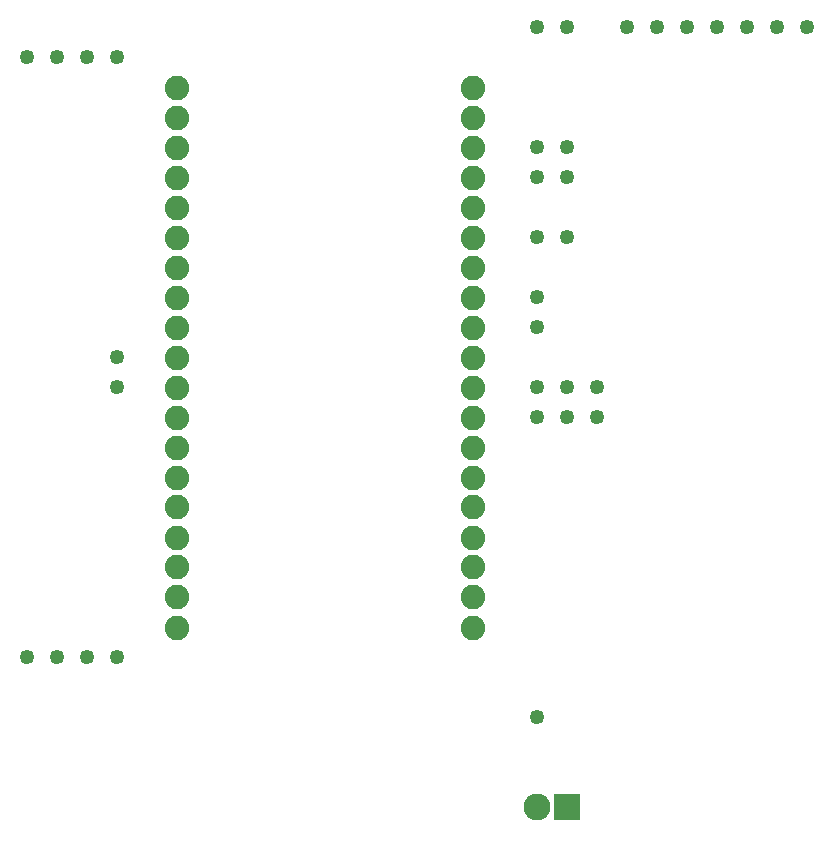
<source format=gbs>
G04 MADE WITH FRITZING*
G04 WWW.FRITZING.ORG*
G04 DOUBLE SIDED*
G04 HOLES PLATED*
G04 CONTOUR ON CENTER OF CONTOUR VECTOR*
%ASAXBY*%
%FSLAX23Y23*%
%MOIN*%
%OFA0B0*%
%SFA1.0B1.0*%
%ADD10C,0.081824*%
%ADD11C,0.090000*%
%ADD12C,0.049370*%
%ADD13R,0.090000X0.090000*%
%LNMASK0*%
G90*
G70*
G54D10*
X724Y2637D03*
X724Y2536D03*
X724Y2437D03*
X724Y2336D03*
X724Y2237D03*
X724Y2137D03*
X724Y2036D03*
X724Y1937D03*
X724Y1837D03*
X724Y1737D03*
X724Y1637D03*
X724Y1537D03*
X724Y1437D03*
X724Y1337D03*
X724Y1238D03*
X724Y1137D03*
X724Y1038D03*
X724Y938D03*
X724Y837D03*
X1710Y837D03*
X1710Y938D03*
X1710Y1038D03*
X1710Y1137D03*
X1710Y1238D03*
X1710Y1337D03*
X1710Y1437D03*
X1710Y1537D03*
X1710Y1637D03*
X1710Y1737D03*
X1710Y1837D03*
X1710Y1937D03*
X1710Y2036D03*
X1710Y2137D03*
X1710Y2237D03*
X1710Y2336D03*
X1710Y2437D03*
X1710Y2536D03*
X1710Y2637D03*
G54D11*
X2024Y238D03*
X1924Y238D03*
G54D12*
X1924Y1538D03*
X2024Y1538D03*
X2124Y1538D03*
X1924Y1638D03*
X2024Y1638D03*
X2124Y1638D03*
X1924Y1838D03*
X1924Y1938D03*
X1924Y2138D03*
X1924Y2338D03*
X1924Y2438D03*
X1924Y2838D03*
X2024Y2138D03*
X2024Y2338D03*
X2024Y2438D03*
X2024Y2838D03*
X524Y1738D03*
X524Y1638D03*
X524Y2738D03*
X424Y2738D03*
X324Y2738D03*
X524Y738D03*
X424Y738D03*
X324Y738D03*
X2224Y2838D03*
X2324Y2838D03*
X2424Y2838D03*
X2524Y2838D03*
X2624Y2838D03*
X2724Y2838D03*
X2824Y2838D03*
X224Y2738D03*
X224Y738D03*
X1924Y538D03*
G54D13*
X2024Y238D03*
G04 End of Mask0*
M02*
</source>
